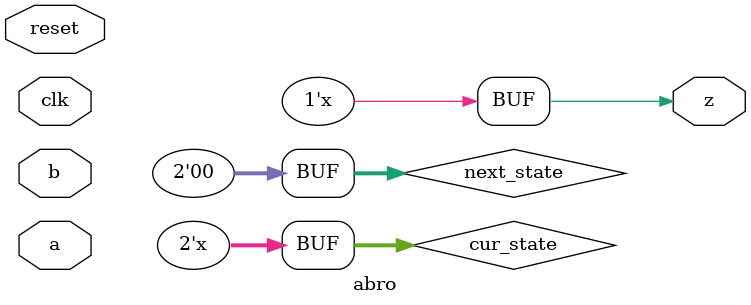
<source format=v>
module abro(
input clk,
input reset,
input a,
input b,
output z 
);
parameter IDLE = 0, SA = 1, SB = 2, SAB = 3;
reg [1:0] cur_state,next_state;
// Update state or reset on every clock edge.
// Output z is asserted 1 when the current state is SAB.
// Nest state generation logic:
// if input a and b both are high, state changes to SAB. 
// if a or b is high, state changes to SB or SA.
always @(*) begin
cur_state = next_state;
case(cur_state)
IDLE: if (a && b) next_state = SA;
else if (a || b) next_state = SB;
SA: if (a && b) next_state = SAB;
else if (a || b) next_state = SB;
SB: if (a && b) next_state = SAB;
else if (a || b) next_state = SB;
SAB: if (a && b) next_state = SAB;
else if (a || b) next_state = SB;
default: next_state = IDLE;
endcase
end
// State output logic:
assign z = cur_state == SAB;
endmodule

</source>
